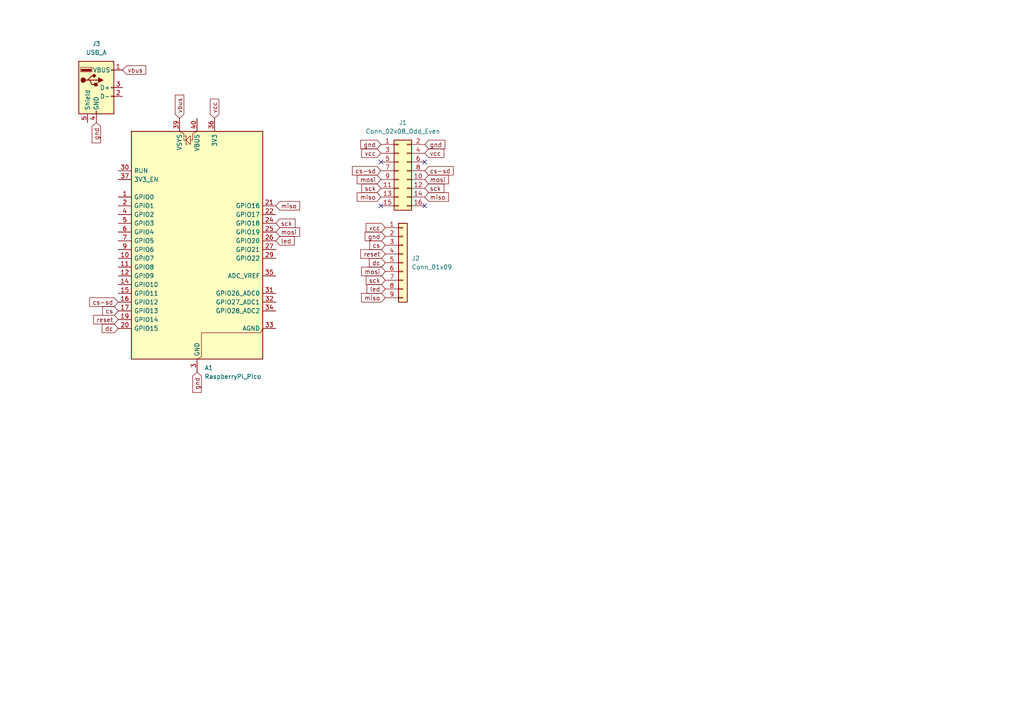
<source format=kicad_sch>
(kicad_sch
	(version 20250114)
	(generator "eeschema")
	(generator_version "9.0")
	(uuid "f864e0ff-81ed-42e7-bc8f-da06911e9836")
	(paper "A4")
	(lib_symbols
		(symbol "Connector:USB_A"
			(pin_names
				(offset 1.016)
			)
			(exclude_from_sim no)
			(in_bom yes)
			(on_board yes)
			(property "Reference" "J"
				(at -5.08 11.43 0)
				(effects
					(font
						(size 1.27 1.27)
					)
					(justify left)
				)
			)
			(property "Value" "USB_A"
				(at -5.08 8.89 0)
				(effects
					(font
						(size 1.27 1.27)
					)
					(justify left)
				)
			)
			(property "Footprint" ""
				(at 3.81 -1.27 0)
				(effects
					(font
						(size 1.27 1.27)
					)
					(hide yes)
				)
			)
			(property "Datasheet" "~"
				(at 3.81 -1.27 0)
				(effects
					(font
						(size 1.27 1.27)
					)
					(hide yes)
				)
			)
			(property "Description" "USB Type A connector"
				(at 0 0 0)
				(effects
					(font
						(size 1.27 1.27)
					)
					(hide yes)
				)
			)
			(property "ki_keywords" "connector USB"
				(at 0 0 0)
				(effects
					(font
						(size 1.27 1.27)
					)
					(hide yes)
				)
			)
			(property "ki_fp_filters" "USB*"
				(at 0 0 0)
				(effects
					(font
						(size 1.27 1.27)
					)
					(hide yes)
				)
			)
			(symbol "USB_A_0_1"
				(rectangle
					(start -5.08 -7.62)
					(end 5.08 7.62)
					(stroke
						(width 0.254)
						(type default)
					)
					(fill
						(type background)
					)
				)
				(circle
					(center -3.81 2.159)
					(radius 0.635)
					(stroke
						(width 0.254)
						(type default)
					)
					(fill
						(type outline)
					)
				)
				(polyline
					(pts
						(xy -3.175 2.159) (xy -2.54 2.159) (xy -1.27 3.429) (xy -0.635 3.429)
					)
					(stroke
						(width 0.254)
						(type default)
					)
					(fill
						(type none)
					)
				)
				(polyline
					(pts
						(xy -2.54 2.159) (xy -1.905 2.159) (xy -1.27 0.889) (xy 0 0.889)
					)
					(stroke
						(width 0.254)
						(type default)
					)
					(fill
						(type none)
					)
				)
				(rectangle
					(start -1.524 4.826)
					(end -4.318 5.334)
					(stroke
						(width 0)
						(type default)
					)
					(fill
						(type outline)
					)
				)
				(rectangle
					(start -1.27 4.572)
					(end -4.572 5.842)
					(stroke
						(width 0)
						(type default)
					)
					(fill
						(type none)
					)
				)
				(circle
					(center -0.635 3.429)
					(radius 0.381)
					(stroke
						(width 0.254)
						(type default)
					)
					(fill
						(type outline)
					)
				)
				(rectangle
					(start -0.127 -7.62)
					(end 0.127 -6.858)
					(stroke
						(width 0)
						(type default)
					)
					(fill
						(type none)
					)
				)
				(rectangle
					(start 0.254 1.27)
					(end -0.508 0.508)
					(stroke
						(width 0.254)
						(type default)
					)
					(fill
						(type outline)
					)
				)
				(polyline
					(pts
						(xy 0.635 2.794) (xy 0.635 1.524) (xy 1.905 2.159) (xy 0.635 2.794)
					)
					(stroke
						(width 0.254)
						(type default)
					)
					(fill
						(type outline)
					)
				)
				(rectangle
					(start 5.08 4.953)
					(end 4.318 5.207)
					(stroke
						(width 0)
						(type default)
					)
					(fill
						(type none)
					)
				)
				(rectangle
					(start 5.08 -0.127)
					(end 4.318 0.127)
					(stroke
						(width 0)
						(type default)
					)
					(fill
						(type none)
					)
				)
				(rectangle
					(start 5.08 -2.667)
					(end 4.318 -2.413)
					(stroke
						(width 0)
						(type default)
					)
					(fill
						(type none)
					)
				)
			)
			(symbol "USB_A_1_1"
				(polyline
					(pts
						(xy -1.905 2.159) (xy 0.635 2.159)
					)
					(stroke
						(width 0.254)
						(type default)
					)
					(fill
						(type none)
					)
				)
				(pin passive line
					(at -2.54 -10.16 90)
					(length 2.54)
					(name "Shield"
						(effects
							(font
								(size 1.27 1.27)
							)
						)
					)
					(number "5"
						(effects
							(font
								(size 1.27 1.27)
							)
						)
					)
				)
				(pin power_in line
					(at 0 -10.16 90)
					(length 2.54)
					(name "GND"
						(effects
							(font
								(size 1.27 1.27)
							)
						)
					)
					(number "4"
						(effects
							(font
								(size 1.27 1.27)
							)
						)
					)
				)
				(pin power_in line
					(at 7.62 5.08 180)
					(length 2.54)
					(name "VBUS"
						(effects
							(font
								(size 1.27 1.27)
							)
						)
					)
					(number "1"
						(effects
							(font
								(size 1.27 1.27)
							)
						)
					)
				)
				(pin bidirectional line
					(at 7.62 0 180)
					(length 2.54)
					(name "D+"
						(effects
							(font
								(size 1.27 1.27)
							)
						)
					)
					(number "3"
						(effects
							(font
								(size 1.27 1.27)
							)
						)
					)
				)
				(pin bidirectional line
					(at 7.62 -2.54 180)
					(length 2.54)
					(name "D-"
						(effects
							(font
								(size 1.27 1.27)
							)
						)
					)
					(number "2"
						(effects
							(font
								(size 1.27 1.27)
							)
						)
					)
				)
			)
			(embedded_fonts no)
		)
		(symbol "Connector_Generic:Conn_01x09"
			(pin_names
				(offset 1.016)
				(hide yes)
			)
			(exclude_from_sim no)
			(in_bom yes)
			(on_board yes)
			(property "Reference" "J"
				(at 0 12.7 0)
				(effects
					(font
						(size 1.27 1.27)
					)
				)
			)
			(property "Value" "Conn_01x09"
				(at 0 -12.7 0)
				(effects
					(font
						(size 1.27 1.27)
					)
				)
			)
			(property "Footprint" ""
				(at 0 0 0)
				(effects
					(font
						(size 1.27 1.27)
					)
					(hide yes)
				)
			)
			(property "Datasheet" "~"
				(at 0 0 0)
				(effects
					(font
						(size 1.27 1.27)
					)
					(hide yes)
				)
			)
			(property "Description" "Generic connector, single row, 01x09, script generated (kicad-library-utils/schlib/autogen/connector/)"
				(at 0 0 0)
				(effects
					(font
						(size 1.27 1.27)
					)
					(hide yes)
				)
			)
			(property "ki_keywords" "connector"
				(at 0 0 0)
				(effects
					(font
						(size 1.27 1.27)
					)
					(hide yes)
				)
			)
			(property "ki_fp_filters" "Connector*:*_1x??_*"
				(at 0 0 0)
				(effects
					(font
						(size 1.27 1.27)
					)
					(hide yes)
				)
			)
			(symbol "Conn_01x09_1_1"
				(rectangle
					(start -1.27 11.43)
					(end 1.27 -11.43)
					(stroke
						(width 0.254)
						(type default)
					)
					(fill
						(type background)
					)
				)
				(rectangle
					(start -1.27 10.287)
					(end 0 10.033)
					(stroke
						(width 0.1524)
						(type default)
					)
					(fill
						(type none)
					)
				)
				(rectangle
					(start -1.27 7.747)
					(end 0 7.493)
					(stroke
						(width 0.1524)
						(type default)
					)
					(fill
						(type none)
					)
				)
				(rectangle
					(start -1.27 5.207)
					(end 0 4.953)
					(stroke
						(width 0.1524)
						(type default)
					)
					(fill
						(type none)
					)
				)
				(rectangle
					(start -1.27 2.667)
					(end 0 2.413)
					(stroke
						(width 0.1524)
						(type default)
					)
					(fill
						(type none)
					)
				)
				(rectangle
					(start -1.27 0.127)
					(end 0 -0.127)
					(stroke
						(width 0.1524)
						(type default)
					)
					(fill
						(type none)
					)
				)
				(rectangle
					(start -1.27 -2.413)
					(end 0 -2.667)
					(stroke
						(width 0.1524)
						(type default)
					)
					(fill
						(type none)
					)
				)
				(rectangle
					(start -1.27 -4.953)
					(end 0 -5.207)
					(stroke
						(width 0.1524)
						(type default)
					)
					(fill
						(type none)
					)
				)
				(rectangle
					(start -1.27 -7.493)
					(end 0 -7.747)
					(stroke
						(width 0.1524)
						(type default)
					)
					(fill
						(type none)
					)
				)
				(rectangle
					(start -1.27 -10.033)
					(end 0 -10.287)
					(stroke
						(width 0.1524)
						(type default)
					)
					(fill
						(type none)
					)
				)
				(pin passive line
					(at -5.08 10.16 0)
					(length 3.81)
					(name "Pin_1"
						(effects
							(font
								(size 1.27 1.27)
							)
						)
					)
					(number "1"
						(effects
							(font
								(size 1.27 1.27)
							)
						)
					)
				)
				(pin passive line
					(at -5.08 7.62 0)
					(length 3.81)
					(name "Pin_2"
						(effects
							(font
								(size 1.27 1.27)
							)
						)
					)
					(number "2"
						(effects
							(font
								(size 1.27 1.27)
							)
						)
					)
				)
				(pin passive line
					(at -5.08 5.08 0)
					(length 3.81)
					(name "Pin_3"
						(effects
							(font
								(size 1.27 1.27)
							)
						)
					)
					(number "3"
						(effects
							(font
								(size 1.27 1.27)
							)
						)
					)
				)
				(pin passive line
					(at -5.08 2.54 0)
					(length 3.81)
					(name "Pin_4"
						(effects
							(font
								(size 1.27 1.27)
							)
						)
					)
					(number "4"
						(effects
							(font
								(size 1.27 1.27)
							)
						)
					)
				)
				(pin passive line
					(at -5.08 0 0)
					(length 3.81)
					(name "Pin_5"
						(effects
							(font
								(size 1.27 1.27)
							)
						)
					)
					(number "5"
						(effects
							(font
								(size 1.27 1.27)
							)
						)
					)
				)
				(pin passive line
					(at -5.08 -2.54 0)
					(length 3.81)
					(name "Pin_6"
						(effects
							(font
								(size 1.27 1.27)
							)
						)
					)
					(number "6"
						(effects
							(font
								(size 1.27 1.27)
							)
						)
					)
				)
				(pin passive line
					(at -5.08 -5.08 0)
					(length 3.81)
					(name "Pin_7"
						(effects
							(font
								(size 1.27 1.27)
							)
						)
					)
					(number "7"
						(effects
							(font
								(size 1.27 1.27)
							)
						)
					)
				)
				(pin passive line
					(at -5.08 -7.62 0)
					(length 3.81)
					(name "Pin_8"
						(effects
							(font
								(size 1.27 1.27)
							)
						)
					)
					(number "8"
						(effects
							(font
								(size 1.27 1.27)
							)
						)
					)
				)
				(pin passive line
					(at -5.08 -10.16 0)
					(length 3.81)
					(name "Pin_9"
						(effects
							(font
								(size 1.27 1.27)
							)
						)
					)
					(number "9"
						(effects
							(font
								(size 1.27 1.27)
							)
						)
					)
				)
			)
			(embedded_fonts no)
		)
		(symbol "Connector_Generic:Conn_02x08_Odd_Even"
			(pin_names
				(offset 1.016)
				(hide yes)
			)
			(exclude_from_sim no)
			(in_bom yes)
			(on_board yes)
			(property "Reference" "J"
				(at 1.27 10.16 0)
				(effects
					(font
						(size 1.27 1.27)
					)
				)
			)
			(property "Value" "Conn_02x08_Odd_Even"
				(at 1.27 -12.7 0)
				(effects
					(font
						(size 1.27 1.27)
					)
				)
			)
			(property "Footprint" ""
				(at 0 0 0)
				(effects
					(font
						(size 1.27 1.27)
					)
					(hide yes)
				)
			)
			(property "Datasheet" "~"
				(at 0 0 0)
				(effects
					(font
						(size 1.27 1.27)
					)
					(hide yes)
				)
			)
			(property "Description" "Generic connector, double row, 02x08, odd/even pin numbering scheme (row 1 odd numbers, row 2 even numbers), script generated (kicad-library-utils/schlib/autogen/connector/)"
				(at 0 0 0)
				(effects
					(font
						(size 1.27 1.27)
					)
					(hide yes)
				)
			)
			(property "ki_keywords" "connector"
				(at 0 0 0)
				(effects
					(font
						(size 1.27 1.27)
					)
					(hide yes)
				)
			)
			(property "ki_fp_filters" "Connector*:*_2x??_*"
				(at 0 0 0)
				(effects
					(font
						(size 1.27 1.27)
					)
					(hide yes)
				)
			)
			(symbol "Conn_02x08_Odd_Even_1_1"
				(rectangle
					(start -1.27 8.89)
					(end 3.81 -11.43)
					(stroke
						(width 0.254)
						(type default)
					)
					(fill
						(type background)
					)
				)
				(rectangle
					(start -1.27 7.747)
					(end 0 7.493)
					(stroke
						(width 0.1524)
						(type default)
					)
					(fill
						(type none)
					)
				)
				(rectangle
					(start -1.27 5.207)
					(end 0 4.953)
					(stroke
						(width 0.1524)
						(type default)
					)
					(fill
						(type none)
					)
				)
				(rectangle
					(start -1.27 2.667)
					(end 0 2.413)
					(stroke
						(width 0.1524)
						(type default)
					)
					(fill
						(type none)
					)
				)
				(rectangle
					(start -1.27 0.127)
					(end 0 -0.127)
					(stroke
						(width 0.1524)
						(type default)
					)
					(fill
						(type none)
					)
				)
				(rectangle
					(start -1.27 -2.413)
					(end 0 -2.667)
					(stroke
						(width 0.1524)
						(type default)
					)
					(fill
						(type none)
					)
				)
				(rectangle
					(start -1.27 -4.953)
					(end 0 -5.207)
					(stroke
						(width 0.1524)
						(type default)
					)
					(fill
						(type none)
					)
				)
				(rectangle
					(start -1.27 -7.493)
					(end 0 -7.747)
					(stroke
						(width 0.1524)
						(type default)
					)
					(fill
						(type none)
					)
				)
				(rectangle
					(start -1.27 -10.033)
					(end 0 -10.287)
					(stroke
						(width 0.1524)
						(type default)
					)
					(fill
						(type none)
					)
				)
				(rectangle
					(start 3.81 7.747)
					(end 2.54 7.493)
					(stroke
						(width 0.1524)
						(type default)
					)
					(fill
						(type none)
					)
				)
				(rectangle
					(start 3.81 5.207)
					(end 2.54 4.953)
					(stroke
						(width 0.1524)
						(type default)
					)
					(fill
						(type none)
					)
				)
				(rectangle
					(start 3.81 2.667)
					(end 2.54 2.413)
					(stroke
						(width 0.1524)
						(type default)
					)
					(fill
						(type none)
					)
				)
				(rectangle
					(start 3.81 0.127)
					(end 2.54 -0.127)
					(stroke
						(width 0.1524)
						(type default)
					)
					(fill
						(type none)
					)
				)
				(rectangle
					(start 3.81 -2.413)
					(end 2.54 -2.667)
					(stroke
						(width 0.1524)
						(type default)
					)
					(fill
						(type none)
					)
				)
				(rectangle
					(start 3.81 -4.953)
					(end 2.54 -5.207)
					(stroke
						(width 0.1524)
						(type default)
					)
					(fill
						(type none)
					)
				)
				(rectangle
					(start 3.81 -7.493)
					(end 2.54 -7.747)
					(stroke
						(width 0.1524)
						(type default)
					)
					(fill
						(type none)
					)
				)
				(rectangle
					(start 3.81 -10.033)
					(end 2.54 -10.287)
					(stroke
						(width 0.1524)
						(type default)
					)
					(fill
						(type none)
					)
				)
				(pin passive line
					(at -5.08 7.62 0)
					(length 3.81)
					(name "Pin_1"
						(effects
							(font
								(size 1.27 1.27)
							)
						)
					)
					(number "1"
						(effects
							(font
								(size 1.27 1.27)
							)
						)
					)
				)
				(pin passive line
					(at -5.08 5.08 0)
					(length 3.81)
					(name "Pin_3"
						(effects
							(font
								(size 1.27 1.27)
							)
						)
					)
					(number "3"
						(effects
							(font
								(size 1.27 1.27)
							)
						)
					)
				)
				(pin passive line
					(at -5.08 2.54 0)
					(length 3.81)
					(name "Pin_5"
						(effects
							(font
								(size 1.27 1.27)
							)
						)
					)
					(number "5"
						(effects
							(font
								(size 1.27 1.27)
							)
						)
					)
				)
				(pin passive line
					(at -5.08 0 0)
					(length 3.81)
					(name "Pin_7"
						(effects
							(font
								(size 1.27 1.27)
							)
						)
					)
					(number "7"
						(effects
							(font
								(size 1.27 1.27)
							)
						)
					)
				)
				(pin passive line
					(at -5.08 -2.54 0)
					(length 3.81)
					(name "Pin_9"
						(effects
							(font
								(size 1.27 1.27)
							)
						)
					)
					(number "9"
						(effects
							(font
								(size 1.27 1.27)
							)
						)
					)
				)
				(pin passive line
					(at -5.08 -5.08 0)
					(length 3.81)
					(name "Pin_11"
						(effects
							(font
								(size 1.27 1.27)
							)
						)
					)
					(number "11"
						(effects
							(font
								(size 1.27 1.27)
							)
						)
					)
				)
				(pin passive line
					(at -5.08 -7.62 0)
					(length 3.81)
					(name "Pin_13"
						(effects
							(font
								(size 1.27 1.27)
							)
						)
					)
					(number "13"
						(effects
							(font
								(size 1.27 1.27)
							)
						)
					)
				)
				(pin passive line
					(at -5.08 -10.16 0)
					(length 3.81)
					(name "Pin_15"
						(effects
							(font
								(size 1.27 1.27)
							)
						)
					)
					(number "15"
						(effects
							(font
								(size 1.27 1.27)
							)
						)
					)
				)
				(pin passive line
					(at 7.62 7.62 180)
					(length 3.81)
					(name "Pin_2"
						(effects
							(font
								(size 1.27 1.27)
							)
						)
					)
					(number "2"
						(effects
							(font
								(size 1.27 1.27)
							)
						)
					)
				)
				(pin passive line
					(at 7.62 5.08 180)
					(length 3.81)
					(name "Pin_4"
						(effects
							(font
								(size 1.27 1.27)
							)
						)
					)
					(number "4"
						(effects
							(font
								(size 1.27 1.27)
							)
						)
					)
				)
				(pin passive line
					(at 7.62 2.54 180)
					(length 3.81)
					(name "Pin_6"
						(effects
							(font
								(size 1.27 1.27)
							)
						)
					)
					(number "6"
						(effects
							(font
								(size 1.27 1.27)
							)
						)
					)
				)
				(pin passive line
					(at 7.62 0 180)
					(length 3.81)
					(name "Pin_8"
						(effects
							(font
								(size 1.27 1.27)
							)
						)
					)
					(number "8"
						(effects
							(font
								(size 1.27 1.27)
							)
						)
					)
				)
				(pin passive line
					(at 7.62 -2.54 180)
					(length 3.81)
					(name "Pin_10"
						(effects
							(font
								(size 1.27 1.27)
							)
						)
					)
					(number "10"
						(effects
							(font
								(size 1.27 1.27)
							)
						)
					)
				)
				(pin passive line
					(at 7.62 -5.08 180)
					(length 3.81)
					(name "Pin_12"
						(effects
							(font
								(size 1.27 1.27)
							)
						)
					)
					(number "12"
						(effects
							(font
								(size 1.27 1.27)
							)
						)
					)
				)
				(pin passive line
					(at 7.62 -7.62 180)
					(length 3.81)
					(name "Pin_14"
						(effects
							(font
								(size 1.27 1.27)
							)
						)
					)
					(number "14"
						(effects
							(font
								(size 1.27 1.27)
							)
						)
					)
				)
				(pin passive line
					(at 7.62 -10.16 180)
					(length 3.81)
					(name "Pin_16"
						(effects
							(font
								(size 1.27 1.27)
							)
						)
					)
					(number "16"
						(effects
							(font
								(size 1.27 1.27)
							)
						)
					)
				)
			)
			(embedded_fonts no)
		)
		(symbol "MCU_Module:RaspberryPi_Pico"
			(pin_names
				(offset 0.762)
			)
			(exclude_from_sim no)
			(in_bom yes)
			(on_board yes)
			(property "Reference" "A"
				(at -19.05 35.56 0)
				(effects
					(font
						(size 1.27 1.27)
					)
					(justify left)
				)
			)
			(property "Value" "RaspberryPi_Pico"
				(at 7.62 35.56 0)
				(effects
					(font
						(size 1.27 1.27)
					)
					(justify left)
				)
			)
			(property "Footprint" "Module:RaspberryPi_Pico_Common_Unspecified"
				(at 0 -46.99 0)
				(effects
					(font
						(size 1.27 1.27)
					)
					(hide yes)
				)
			)
			(property "Datasheet" "https://datasheets.raspberrypi.com/pico/pico-datasheet.pdf"
				(at 0 -49.53 0)
				(effects
					(font
						(size 1.27 1.27)
					)
					(hide yes)
				)
			)
			(property "Description" "Versatile and inexpensive microcontroller module powered by RP2040 dual-core Arm Cortex-M0+ processor up to 133 MHz, 264kB SRAM, 2MB QSPI flash; also supports Raspberry Pi Pico 2"
				(at 0 -52.07 0)
				(effects
					(font
						(size 1.27 1.27)
					)
					(hide yes)
				)
			)
			(property "ki_keywords" "RP2350A M33 RISC-V Hazard3 usb"
				(at 0 0 0)
				(effects
					(font
						(size 1.27 1.27)
					)
					(hide yes)
				)
			)
			(property "ki_fp_filters" "RaspberryPi?Pico?Common* RaspberryPi?Pico?SMD*"
				(at 0 0 0)
				(effects
					(font
						(size 1.27 1.27)
					)
					(hide yes)
				)
			)
			(symbol "RaspberryPi_Pico_0_1"
				(rectangle
					(start -19.05 34.29)
					(end 19.05 -31.75)
					(stroke
						(width 0.254)
						(type default)
					)
					(fill
						(type background)
					)
				)
				(polyline
					(pts
						(xy -5.08 34.29) (xy -3.81 33.655) (xy -3.81 31.75) (xy -3.175 31.75)
					)
					(stroke
						(width 0)
						(type default)
					)
					(fill
						(type none)
					)
				)
				(polyline
					(pts
						(xy -3.429 32.766) (xy -3.429 33.02) (xy -3.175 33.02) (xy -3.175 30.48) (xy -2.921 30.48) (xy -2.921 30.734)
					)
					(stroke
						(width 0)
						(type default)
					)
					(fill
						(type none)
					)
				)
				(polyline
					(pts
						(xy -3.175 31.75) (xy -1.905 33.02) (xy -1.905 30.48) (xy -3.175 31.75)
					)
					(stroke
						(width 0)
						(type default)
					)
					(fill
						(type none)
					)
				)
				(polyline
					(pts
						(xy 0 34.29) (xy -1.27 33.655) (xy -1.27 31.75) (xy -1.905 31.75)
					)
					(stroke
						(width 0)
						(type default)
					)
					(fill
						(type none)
					)
				)
				(polyline
					(pts
						(xy 0 -31.75) (xy 1.27 -31.115) (xy 1.27 -24.13) (xy 18.415 -24.13) (xy 19.05 -22.86)
					)
					(stroke
						(width 0)
						(type default)
					)
					(fill
						(type none)
					)
				)
			)
			(symbol "RaspberryPi_Pico_1_1"
				(pin passive line
					(at -22.86 22.86 0)
					(length 3.81)
					(name "RUN"
						(effects
							(font
								(size 1.27 1.27)
							)
						)
					)
					(number "30"
						(effects
							(font
								(size 1.27 1.27)
							)
						)
					)
					(alternate "~{RESET}" passive line)
				)
				(pin passive line
					(at -22.86 20.32 0)
					(length 3.81)
					(name "3V3_EN"
						(effects
							(font
								(size 1.27 1.27)
							)
						)
					)
					(number "37"
						(effects
							(font
								(size 1.27 1.27)
							)
						)
					)
					(alternate "~{3V3_DISABLE}" passive line)
				)
				(pin bidirectional line
					(at -22.86 15.24 0)
					(length 3.81)
					(name "GPIO0"
						(effects
							(font
								(size 1.27 1.27)
							)
						)
					)
					(number "1"
						(effects
							(font
								(size 1.27 1.27)
							)
						)
					)
					(alternate "I2C0_SDA" bidirectional line)
					(alternate "PWM0_A" output line)
					(alternate "SPI0_RX" input line)
					(alternate "UART0_TX" output line)
					(alternate "USB_OVCUR_DET" input line)
				)
				(pin bidirectional line
					(at -22.86 12.7 0)
					(length 3.81)
					(name "GPIO1"
						(effects
							(font
								(size 1.27 1.27)
							)
						)
					)
					(number "2"
						(effects
							(font
								(size 1.27 1.27)
							)
						)
					)
					(alternate "I2C0_SCL" bidirectional clock)
					(alternate "PWM0_B" bidirectional line)
					(alternate "UART0_RX" input line)
					(alternate "USB_VBUS_DET" passive line)
					(alternate "~{SPI0_CSn}" bidirectional line)
				)
				(pin bidirectional line
					(at -22.86 10.16 0)
					(length 3.81)
					(name "GPIO2"
						(effects
							(font
								(size 1.27 1.27)
							)
						)
					)
					(number "4"
						(effects
							(font
								(size 1.27 1.27)
							)
						)
					)
					(alternate "I2C1_SDA" bidirectional line)
					(alternate "PWM1_A" output line)
					(alternate "SPI0_SCK" bidirectional clock)
					(alternate "UART0_CTS" input line)
					(alternate "USB_VBUS_EN" output line)
				)
				(pin bidirectional line
					(at -22.86 7.62 0)
					(length 3.81)
					(name "GPIO3"
						(effects
							(font
								(size 1.27 1.27)
							)
						)
					)
					(number "5"
						(effects
							(font
								(size 1.27 1.27)
							)
						)
					)
					(alternate "I2C1_SCL" bidirectional clock)
					(alternate "PWM1_B" bidirectional line)
					(alternate "SPI0_TX" output line)
					(alternate "UART0_RTS" output line)
					(alternate "USB_OVCUR_DET" input line)
				)
				(pin bidirectional line
					(at -22.86 5.08 0)
					(length 3.81)
					(name "GPIO4"
						(effects
							(font
								(size 1.27 1.27)
							)
						)
					)
					(number "6"
						(effects
							(font
								(size 1.27 1.27)
							)
						)
					)
					(alternate "I2C0_SDA" bidirectional line)
					(alternate "PWM2_A" output line)
					(alternate "SPI0_RX" input line)
					(alternate "UART1_TX" output line)
					(alternate "USB_VBUS_DET" input line)
				)
				(pin bidirectional line
					(at -22.86 2.54 0)
					(length 3.81)
					(name "GPIO5"
						(effects
							(font
								(size 1.27 1.27)
							)
						)
					)
					(number "7"
						(effects
							(font
								(size 1.27 1.27)
							)
						)
					)
					(alternate "I2C0_SCL" bidirectional clock)
					(alternate "PWM2_B" bidirectional line)
					(alternate "UART1_RX" input line)
					(alternate "USB_VBUS_EN" output line)
					(alternate "~{SPI0_CSn}" bidirectional line)
				)
				(pin bidirectional line
					(at -22.86 0 0)
					(length 3.81)
					(name "GPIO6"
						(effects
							(font
								(size 1.27 1.27)
							)
						)
					)
					(number "9"
						(effects
							(font
								(size 1.27 1.27)
							)
						)
					)
					(alternate "I2C1_SDA" bidirectional line)
					(alternate "PWM3_A" output line)
					(alternate "SPI0_SCK" bidirectional clock)
					(alternate "UART1_CTS" input line)
					(alternate "USB_OVCUR_DET" input line)
				)
				(pin bidirectional line
					(at -22.86 -2.54 0)
					(length 3.81)
					(name "GPIO7"
						(effects
							(font
								(size 1.27 1.27)
							)
						)
					)
					(number "10"
						(effects
							(font
								(size 1.27 1.27)
							)
						)
					)
					(alternate "I2C1_SCL" bidirectional clock)
					(alternate "PWM3_B" bidirectional line)
					(alternate "SPI0_TX" output line)
					(alternate "UART1_RTS" output line)
					(alternate "USB_VBUS_DET" input line)
				)
				(pin bidirectional line
					(at -22.86 -5.08 0)
					(length 3.81)
					(name "GPIO8"
						(effects
							(font
								(size 1.27 1.27)
							)
						)
					)
					(number "11"
						(effects
							(font
								(size 1.27 1.27)
							)
						)
					)
					(alternate "I2C0_SDA" bidirectional line)
					(alternate "PWM4_A" output line)
					(alternate "SPI1_RX" input line)
					(alternate "UART1_TX" output line)
					(alternate "USB_VBUS_EN" output line)
				)
				(pin bidirectional line
					(at -22.86 -7.62 0)
					(length 3.81)
					(name "GPIO9"
						(effects
							(font
								(size 1.27 1.27)
							)
						)
					)
					(number "12"
						(effects
							(font
								(size 1.27 1.27)
							)
						)
					)
					(alternate "I2C0_SCL" bidirectional clock)
					(alternate "PWM4_B" bidirectional line)
					(alternate "UART1_RX" input line)
					(alternate "USB_OVCUR_DET" input line)
					(alternate "~{SPI1_CSn}" bidirectional line)
				)
				(pin bidirectional line
					(at -22.86 -10.16 0)
					(length 3.81)
					(name "GPIO10"
						(effects
							(font
								(size 1.27 1.27)
							)
						)
					)
					(number "14"
						(effects
							(font
								(size 1.27 1.27)
							)
						)
					)
					(alternate "I2C1_SDA" bidirectional line)
					(alternate "PWM5_A" output line)
					(alternate "SPI1_SCK" bidirectional clock)
					(alternate "UART1_CTS" input line)
					(alternate "USB_VBUS_DET" input line)
				)
				(pin bidirectional line
					(at -22.86 -12.7 0)
					(length 3.81)
					(name "GPIO11"
						(effects
							(font
								(size 1.27 1.27)
							)
						)
					)
					(number "15"
						(effects
							(font
								(size 1.27 1.27)
							)
						)
					)
					(alternate "I2C1_SCL" bidirectional clock)
					(alternate "PWM5_B" bidirectional line)
					(alternate "SPI1_TX" output line)
					(alternate "UART1_RTS" output line)
					(alternate "USB_VBUS_EN" output line)
				)
				(pin bidirectional line
					(at -22.86 -15.24 0)
					(length 3.81)
					(name "GPIO12"
						(effects
							(font
								(size 1.27 1.27)
							)
						)
					)
					(number "16"
						(effects
							(font
								(size 1.27 1.27)
							)
						)
					)
					(alternate "I2C0_SDA" bidirectional line)
					(alternate "PWM6_A" output line)
					(alternate "SPI1_RX" input line)
					(alternate "UART0_TX" output line)
					(alternate "USB_OVCUR_DET" input line)
				)
				(pin bidirectional line
					(at -22.86 -17.78 0)
					(length 3.81)
					(name "GPIO13"
						(effects
							(font
								(size 1.27 1.27)
							)
						)
					)
					(number "17"
						(effects
							(font
								(size 1.27 1.27)
							)
						)
					)
					(alternate "I2C0_SCL" bidirectional clock)
					(alternate "PWM6_B" bidirectional line)
					(alternate "UART0_RX" input line)
					(alternate "USB_VBUS_DET" input line)
					(alternate "~{SPI1_CSn}" bidirectional line)
				)
				(pin bidirectional line
					(at -22.86 -20.32 0)
					(length 3.81)
					(name "GPIO14"
						(effects
							(font
								(size 1.27 1.27)
							)
						)
					)
					(number "19"
						(effects
							(font
								(size 1.27 1.27)
							)
						)
					)
					(alternate "I2C1_SDA" bidirectional line)
					(alternate "PWM7_A" output line)
					(alternate "SPI1_SCK" bidirectional clock)
					(alternate "UART0_CTS" input line)
					(alternate "USB_VBUS_EN" output line)
				)
				(pin bidirectional line
					(at -22.86 -22.86 0)
					(length 3.81)
					(name "GPIO15"
						(effects
							(font
								(size 1.27 1.27)
							)
						)
					)
					(number "20"
						(effects
							(font
								(size 1.27 1.27)
							)
						)
					)
					(alternate "I2C1_SCL" bidirectional clock)
					(alternate "PWM7_B" bidirectional line)
					(alternate "SPI1_TX" output line)
					(alternate "UART0_RTS" output line)
					(alternate "USB_OVCUR_DET" input line)
				)
				(pin power_in line
					(at -5.08 38.1 270)
					(length 3.81)
					(name "VSYS"
						(effects
							(font
								(size 1.27 1.27)
							)
						)
					)
					(number "39"
						(effects
							(font
								(size 1.27 1.27)
							)
						)
					)
					(alternate "VSYS_OUT" power_out line)
				)
				(pin power_out line
					(at 0 38.1 270)
					(length 3.81)
					(name "VBUS"
						(effects
							(font
								(size 1.27 1.27)
							)
						)
					)
					(number "40"
						(effects
							(font
								(size 1.27 1.27)
							)
						)
					)
					(alternate "VBUS_IN" power_in line)
				)
				(pin passive line
					(at 0 -35.56 90)
					(length 3.81)
					(hide yes)
					(name "GND"
						(effects
							(font
								(size 1.27 1.27)
							)
						)
					)
					(number "13"
						(effects
							(font
								(size 1.27 1.27)
							)
						)
					)
				)
				(pin passive line
					(at 0 -35.56 90)
					(length 3.81)
					(hide yes)
					(name "GND"
						(effects
							(font
								(size 1.27 1.27)
							)
						)
					)
					(number "18"
						(effects
							(font
								(size 1.27 1.27)
							)
						)
					)
				)
				(pin passive line
					(at 0 -35.56 90)
					(length 3.81)
					(hide yes)
					(name "GND"
						(effects
							(font
								(size 1.27 1.27)
							)
						)
					)
					(number "23"
						(effects
							(font
								(size 1.27 1.27)
							)
						)
					)
				)
				(pin passive line
					(at 0 -35.56 90)
					(length 3.81)
					(hide yes)
					(name "GND"
						(effects
							(font
								(size 1.27 1.27)
							)
						)
					)
					(number "28"
						(effects
							(font
								(size 1.27 1.27)
							)
						)
					)
				)
				(pin power_out line
					(at 0 -35.56 90)
					(length 3.81)
					(name "GND"
						(effects
							(font
								(size 1.27 1.27)
							)
						)
					)
					(number "3"
						(effects
							(font
								(size 1.27 1.27)
							)
						)
					)
					(alternate "GND_IN" power_in line)
				)
				(pin passive line
					(at 0 -35.56 90)
					(length 3.81)
					(hide yes)
					(name "GND"
						(effects
							(font
								(size 1.27 1.27)
							)
						)
					)
					(number "38"
						(effects
							(font
								(size 1.27 1.27)
							)
						)
					)
				)
				(pin passive line
					(at 0 -35.56 90)
					(length 3.81)
					(hide yes)
					(name "GND"
						(effects
							(font
								(size 1.27 1.27)
							)
						)
					)
					(number "8"
						(effects
							(font
								(size 1.27 1.27)
							)
						)
					)
				)
				(pin power_out line
					(at 5.08 38.1 270)
					(length 3.81)
					(name "3V3"
						(effects
							(font
								(size 1.27 1.27)
							)
						)
					)
					(number "36"
						(effects
							(font
								(size 1.27 1.27)
							)
						)
					)
				)
				(pin bidirectional line
					(at 22.86 12.7 180)
					(length 3.81)
					(name "GPIO16"
						(effects
							(font
								(size 1.27 1.27)
							)
						)
					)
					(number "21"
						(effects
							(font
								(size 1.27 1.27)
							)
						)
					)
					(alternate "I2C0_SDA" bidirectional line)
					(alternate "PWM0_A" output line)
					(alternate "SPI0_RX" input line)
					(alternate "UART0_TX" output line)
					(alternate "USB_VBUS_DET" input line)
				)
				(pin bidirectional line
					(at 22.86 10.16 180)
					(length 3.81)
					(name "GPIO17"
						(effects
							(font
								(size 1.27 1.27)
							)
						)
					)
					(number "22"
						(effects
							(font
								(size 1.27 1.27)
							)
						)
					)
					(alternate "I2C0_SCL" bidirectional clock)
					(alternate "PWM0_B" bidirectional line)
					(alternate "UART0_RX" input line)
					(alternate "USB_VBUS_EN" output line)
					(alternate "~{SPI0_CSn}" bidirectional line)
				)
				(pin bidirectional line
					(at 22.86 7.62 180)
					(length 3.81)
					(name "GPIO18"
						(effects
							(font
								(size 1.27 1.27)
							)
						)
					)
					(number "24"
						(effects
							(font
								(size 1.27 1.27)
							)
						)
					)
					(alternate "I2C1_SDA" bidirectional line)
					(alternate "PWM1_A" output line)
					(alternate "SPI0_SCK" bidirectional clock)
					(alternate "UART0_CTS" input line)
					(alternate "USB_OVCUR_DET" input line)
				)
				(pin bidirectional line
					(at 22.86 5.08 180)
					(length 3.81)
					(name "GPIO19"
						(effects
							(font
								(size 1.27 1.27)
							)
						)
					)
					(number "25"
						(effects
							(font
								(size 1.27 1.27)
							)
						)
					)
					(alternate "I2C1_SCL" bidirectional clock)
					(alternate "PWM1_B" bidirectional line)
					(alternate "SPI0_TX" output line)
					(alternate "UART0_RTS" output line)
					(alternate "USB_VBUS_DET" input line)
				)
				(pin bidirectional line
					(at 22.86 2.54 180)
					(length 3.81)
					(name "GPIO20"
						(effects
							(font
								(size 1.27 1.27)
							)
						)
					)
					(number "26"
						(effects
							(font
								(size 1.27 1.27)
							)
						)
					)
					(alternate "CLOCK_GPIN0" input clock)
					(alternate "I2C0_SDA" bidirectional line)
					(alternate "PWM2_A" output line)
					(alternate "SPI0_RX" input line)
					(alternate "UART1_TX" output line)
					(alternate "USB_VBUS_EN" output line)
				)
				(pin bidirectional line
					(at 22.86 0 180)
					(length 3.81)
					(name "GPIO21"
						(effects
							(font
								(size 1.27 1.27)
							)
						)
					)
					(number "27"
						(effects
							(font
								(size 1.27 1.27)
							)
						)
					)
					(alternate "CLOCK_GPOUT0" output clock)
					(alternate "I2C0_SCL" bidirectional clock)
					(alternate "PWM2_B" bidirectional line)
					(alternate "UART1_RX" input line)
					(alternate "USB_OVCUR_DET" input line)
					(alternate "~{SPI0_CSn}" bidirectional line)
				)
				(pin bidirectional line
					(at 22.86 -2.54 180)
					(length 3.81)
					(name "GPIO22"
						(effects
							(font
								(size 1.27 1.27)
							)
						)
					)
					(number "29"
						(effects
							(font
								(size 1.27 1.27)
							)
						)
					)
					(alternate "CLOCK_GPIN1" input clock)
					(alternate "I2C1_SDA" bidirectional line)
					(alternate "PWM3_A" output line)
					(alternate "SPI0_SCK" bidirectional clock)
					(alternate "UART1_CTS" input line)
					(alternate "USB_VBUS_DET" input line)
				)
				(pin power_in line
					(at 22.86 -7.62 180)
					(length 3.81)
					(name "ADC_VREF"
						(effects
							(font
								(size 1.27 1.27)
							)
						)
					)
					(number "35"
						(effects
							(font
								(size 1.27 1.27)
							)
						)
					)
				)
				(pin bidirectional line
					(at 22.86 -12.7 180)
					(length 3.81)
					(name "GPIO26_ADC0"
						(effects
							(font
								(size 1.27 1.27)
							)
						)
					)
					(number "31"
						(effects
							(font
								(size 1.27 1.27)
							)
						)
					)
					(alternate "ADC0" input line)
					(alternate "GPIO26" bidirectional line)
					(alternate "I2C1_SDA" bidirectional line)
					(alternate "PWM5_A" output line)
					(alternate "SPI1_SCK" bidirectional clock)
					(alternate "UART1_CTS" input line)
					(alternate "USB_VBUS_EN" output line)
				)
				(pin bidirectional line
					(at 22.86 -15.24 180)
					(length 3.81)
					(name "GPIO27_ADC1"
						(effects
							(font
								(size 1.27 1.27)
							)
						)
					)
					(number "32"
						(effects
							(font
								(size 1.27 1.27)
							)
						)
					)
					(alternate "ADC1" input line)
					(alternate "GPIO27" bidirectional line)
					(alternate "I2C1_SCL" bidirectional clock)
					(alternate "PWM5_B" bidirectional line)
					(alternate "SPI1_TX" output line)
					(alternate "UART1_RTS" output line)
					(alternate "USB_OVCUR_DET" input line)
				)
				(pin bidirectional line
					(at 22.86 -17.78 180)
					(length 3.81)
					(name "GPIO28_ADC2"
						(effects
							(font
								(size 1.27 1.27)
							)
						)
					)
					(number "34"
						(effects
							(font
								(size 1.27 1.27)
							)
						)
					)
					(alternate "ADC2" input line)
					(alternate "GPIO28" bidirectional line)
					(alternate "I2C0_SDA" bidirectional line)
					(alternate "PWM6_A" output line)
					(alternate "SPI1_RX" input line)
					(alternate "UART0_TX" output line)
					(alternate "USB_VBUS_DET" input line)
				)
				(pin power_out line
					(at 22.86 -22.86 180)
					(length 3.81)
					(name "AGND"
						(effects
							(font
								(size 1.27 1.27)
							)
						)
					)
					(number "33"
						(effects
							(font
								(size 1.27 1.27)
							)
						)
					)
					(alternate "GND" passive line)
				)
			)
			(embedded_fonts no)
		)
	)
	(no_connect
		(at 123.19 59.69)
		(uuid "2cd4e391-f544-4d99-8541-0b8353f72ae0")
	)
	(no_connect
		(at 123.19 46.99)
		(uuid "77b50a16-a967-4042-a65d-d30b04ca557e")
	)
	(no_connect
		(at 110.49 59.69)
		(uuid "f48af08a-df4e-4ffe-9018-f610a7e94b41")
	)
	(no_connect
		(at 110.49 46.99)
		(uuid "f92515ef-e4d1-41e9-bde0-8e81c990c71e")
	)
	(global_label "mosi"
		(shape input)
		(at 80.01 67.31 0)
		(fields_autoplaced yes)
		(effects
			(font
				(size 1.27 1.27)
			)
			(justify left)
		)
		(uuid "0aac5743-6781-4ae2-b108-75dbd68866af")
		(property "Intersheetrefs" "${INTERSHEET_REFS}"
			(at 87.4704 67.31 0)
			(effects
				(font
					(size 1.27 1.27)
				)
				(justify left)
				(hide yes)
			)
		)
	)
	(global_label "mosi"
		(shape input)
		(at 123.19 52.07 0)
		(fields_autoplaced yes)
		(effects
			(font
				(size 1.27 1.27)
			)
			(justify left)
		)
		(uuid "30761d02-4c97-4688-9218-c85657a59c16")
		(property "Intersheetrefs" "${INTERSHEET_REFS}"
			(at 130.6504 52.07 0)
			(effects
				(font
					(size 1.27 1.27)
				)
				(justify left)
				(hide yes)
			)
		)
	)
	(global_label "miso"
		(shape input)
		(at 80.01 59.69 0)
		(fields_autoplaced yes)
		(effects
			(font
				(size 1.27 1.27)
			)
			(justify left)
		)
		(uuid "3792cb68-6ad0-477d-820b-99f4cdff25b0")
		(property "Intersheetrefs" "${INTERSHEET_REFS}"
			(at 87.4704 59.69 0)
			(effects
				(font
					(size 1.27 1.27)
				)
				(justify left)
				(hide yes)
			)
		)
	)
	(global_label "cs-sd"
		(shape input)
		(at 110.49 49.53 180)
		(fields_autoplaced yes)
		(effects
			(font
				(size 1.27 1.27)
			)
			(justify right)
		)
		(uuid "38c93faf-7039-43f5-ac38-50a4f348abf6")
		(property "Intersheetrefs" "${INTERSHEET_REFS}"
			(at 101.6386 49.53 0)
			(effects
				(font
					(size 1.27 1.27)
				)
				(justify right)
				(hide yes)
			)
		)
	)
	(global_label "vbus"
		(shape input)
		(at 35.56 20.32 0)
		(fields_autoplaced yes)
		(effects
			(font
				(size 1.27 1.27)
			)
			(justify left)
		)
		(uuid "3be4664c-8dc8-4b14-ae20-fcd63527787c")
		(property "Intersheetrefs" "${INTERSHEET_REFS}"
			(at 42.8389 20.32 0)
			(effects
				(font
					(size 1.27 1.27)
				)
				(justify left)
				(hide yes)
			)
		)
	)
	(global_label "cs-sd"
		(shape input)
		(at 123.19 49.53 0)
		(fields_autoplaced yes)
		(effects
			(font
				(size 1.27 1.27)
			)
			(justify left)
		)
		(uuid "4d1f780b-1ab0-43f0-8fbe-d41e7db094fb")
		(property "Intersheetrefs" "${INTERSHEET_REFS}"
			(at 132.0414 49.53 0)
			(effects
				(font
					(size 1.27 1.27)
				)
				(justify left)
				(hide yes)
			)
		)
	)
	(global_label "mosi"
		(shape input)
		(at 110.49 52.07 180)
		(fields_autoplaced yes)
		(effects
			(font
				(size 1.27 1.27)
			)
			(justify right)
		)
		(uuid "522e4073-e744-41a8-aa2a-a1b297f56ef7")
		(property "Intersheetrefs" "${INTERSHEET_REFS}"
			(at 103.0296 52.07 0)
			(effects
				(font
					(size 1.27 1.27)
				)
				(justify right)
				(hide yes)
			)
		)
	)
	(global_label "sck"
		(shape input)
		(at 123.19 54.61 0)
		(fields_autoplaced yes)
		(effects
			(font
				(size 1.27 1.27)
			)
			(justify left)
		)
		(uuid "532cc884-2b89-430d-b221-e7475df9a9b7")
		(property "Intersheetrefs" "${INTERSHEET_REFS}"
			(at 129.32 54.61 0)
			(effects
				(font
					(size 1.27 1.27)
				)
				(justify left)
				(hide yes)
			)
		)
	)
	(global_label "cs"
		(shape input)
		(at 111.76 71.12 180)
		(fields_autoplaced yes)
		(effects
			(font
				(size 1.27 1.27)
			)
			(justify right)
		)
		(uuid "53e19ac7-d7de-4378-a38d-4afba7fedbb1")
		(property "Intersheetrefs" "${INTERSHEET_REFS}"
			(at 106.6581 71.12 0)
			(effects
				(font
					(size 1.27 1.27)
				)
				(justify right)
				(hide yes)
			)
		)
	)
	(global_label "vcc"
		(shape input)
		(at 111.76 66.04 180)
		(fields_autoplaced yes)
		(effects
			(font
				(size 1.27 1.27)
			)
			(justify right)
		)
		(uuid "551c84ed-4614-4bb1-8d4b-04db1c6c7337")
		(property "Intersheetrefs" "${INTERSHEET_REFS}"
			(at 105.63 66.04 0)
			(effects
				(font
					(size 1.27 1.27)
				)
				(justify right)
				(hide yes)
			)
		)
	)
	(global_label "sck"
		(shape input)
		(at 110.49 54.61 180)
		(fields_autoplaced yes)
		(effects
			(font
				(size 1.27 1.27)
			)
			(justify right)
		)
		(uuid "5cf8ce65-5e20-41d1-bf4f-c61ac63d5abe")
		(property "Intersheetrefs" "${INTERSHEET_REFS}"
			(at 104.36 54.61 0)
			(effects
				(font
					(size 1.27 1.27)
				)
				(justify right)
				(hide yes)
			)
		)
	)
	(global_label "reset"
		(shape input)
		(at 111.76 73.66 180)
		(fields_autoplaced yes)
		(effects
			(font
				(size 1.27 1.27)
			)
			(justify right)
		)
		(uuid "5dfb92f8-13ff-43f2-ad6b-ef4c2625cb61")
		(property "Intersheetrefs" "${INTERSHEET_REFS}"
			(at 104.0576 73.66 0)
			(effects
				(font
					(size 1.27 1.27)
				)
				(justify right)
				(hide yes)
			)
		)
	)
	(global_label "gnd"
		(shape input)
		(at 111.76 68.58 180)
		(fields_autoplaced yes)
		(effects
			(font
				(size 1.27 1.27)
			)
			(justify right)
		)
		(uuid "67c7c7c1-2b0a-4746-833b-ea774ba552a7")
		(property "Intersheetrefs" "${INTERSHEET_REFS}"
			(at 105.3278 68.58 0)
			(effects
				(font
					(size 1.27 1.27)
				)
				(justify right)
				(hide yes)
			)
		)
	)
	(global_label "mosi"
		(shape input)
		(at 111.76 78.74 180)
		(fields_autoplaced yes)
		(effects
			(font
				(size 1.27 1.27)
			)
			(justify right)
		)
		(uuid "70416b11-7341-4dd6-94f8-c9dcbc7113b8")
		(property "Intersheetrefs" "${INTERSHEET_REFS}"
			(at 104.2996 78.74 0)
			(effects
				(font
					(size 1.27 1.27)
				)
				(justify right)
				(hide yes)
			)
		)
	)
	(global_label "vcc"
		(shape input)
		(at 62.23 34.29 90)
		(fields_autoplaced yes)
		(effects
			(font
				(size 1.27 1.27)
			)
			(justify left)
		)
		(uuid "70b8b4b8-bf52-4f51-a619-82fc179c1d02")
		(property "Intersheetrefs" "${INTERSHEET_REFS}"
			(at 62.23 28.16 90)
			(effects
				(font
					(size 1.27 1.27)
				)
				(justify left)
				(hide yes)
			)
		)
	)
	(global_label "gnd"
		(shape input)
		(at 27.94 35.56 270)
		(fields_autoplaced yes)
		(effects
			(font
				(size 1.27 1.27)
			)
			(justify right)
		)
		(uuid "73ebdc2a-8056-463e-9f22-8bda2753d198")
		(property "Intersheetrefs" "${INTERSHEET_REFS}"
			(at 27.94 41.9922 90)
			(effects
				(font
					(size 1.27 1.27)
				)
				(justify right)
				(hide yes)
			)
		)
	)
	(global_label "vcc"
		(shape input)
		(at 110.49 44.45 180)
		(fields_autoplaced yes)
		(effects
			(font
				(size 1.27 1.27)
			)
			(justify right)
		)
		(uuid "7713dffc-e2fe-4a72-af90-ad6169d11038")
		(property "Intersheetrefs" "${INTERSHEET_REFS}"
			(at 104.36 44.45 0)
			(effects
				(font
					(size 1.27 1.27)
				)
				(justify right)
				(hide yes)
			)
		)
	)
	(global_label "dc"
		(shape input)
		(at 111.76 76.2 180)
		(fields_autoplaced yes)
		(effects
			(font
				(size 1.27 1.27)
			)
			(justify right)
		)
		(uuid "89ab9862-1e1e-449e-82ee-9333129a967e")
		(property "Intersheetrefs" "${INTERSHEET_REFS}"
			(at 106.5372 76.2 0)
			(effects
				(font
					(size 1.27 1.27)
				)
				(justify right)
				(hide yes)
			)
		)
	)
	(global_label "led"
		(shape input)
		(at 80.01 69.85 0)
		(fields_autoplaced yes)
		(effects
			(font
				(size 1.27 1.27)
			)
			(justify left)
		)
		(uuid "8bc5407e-3bfc-4784-9b81-df8d3fc7a41e")
		(property "Intersheetrefs" "${INTERSHEET_REFS}"
			(at 85.898 69.85 0)
			(effects
				(font
					(size 1.27 1.27)
				)
				(justify left)
				(hide yes)
			)
		)
	)
	(global_label "reset"
		(shape input)
		(at 34.29 92.71 180)
		(fields_autoplaced yes)
		(effects
			(font
				(size 1.27 1.27)
			)
			(justify right)
		)
		(uuid "9b384af4-26f0-43a1-8d6c-e181547a2907")
		(property "Intersheetrefs" "${INTERSHEET_REFS}"
			(at 26.5876 92.71 0)
			(effects
				(font
					(size 1.27 1.27)
				)
				(justify right)
				(hide yes)
			)
		)
	)
	(global_label "sck"
		(shape input)
		(at 111.76 81.28 180)
		(fields_autoplaced yes)
		(effects
			(font
				(size 1.27 1.27)
			)
			(justify right)
		)
		(uuid "9bda7c44-2680-4428-aae8-83c42941d527")
		(property "Intersheetrefs" "${INTERSHEET_REFS}"
			(at 105.63 81.28 0)
			(effects
				(font
					(size 1.27 1.27)
				)
				(justify right)
				(hide yes)
			)
		)
	)
	(global_label "cs"
		(shape input)
		(at 34.29 90.17 180)
		(fields_autoplaced yes)
		(effects
			(font
				(size 1.27 1.27)
			)
			(justify right)
		)
		(uuid "a04c8b47-0b54-4bdd-8e1b-cc1772a00913")
		(property "Intersheetrefs" "${INTERSHEET_REFS}"
			(at 29.1881 90.17 0)
			(effects
				(font
					(size 1.27 1.27)
				)
				(justify right)
				(hide yes)
			)
		)
	)
	(global_label "dc"
		(shape input)
		(at 34.29 95.25 180)
		(fields_autoplaced yes)
		(effects
			(font
				(size 1.27 1.27)
			)
			(justify right)
		)
		(uuid "a4a55651-e66c-4af1-a71a-c3166ff73a31")
		(property "Intersheetrefs" "${INTERSHEET_REFS}"
			(at 29.0672 95.25 0)
			(effects
				(font
					(size 1.27 1.27)
				)
				(justify right)
				(hide yes)
			)
		)
	)
	(global_label "cs-sd"
		(shape input)
		(at 34.29 87.63 180)
		(fields_autoplaced yes)
		(effects
			(font
				(size 1.27 1.27)
			)
			(justify right)
		)
		(uuid "a5735cc1-6d11-4b5c-bb85-3571ba509d0b")
		(property "Intersheetrefs" "${INTERSHEET_REFS}"
			(at 25.4386 87.63 0)
			(effects
				(font
					(size 1.27 1.27)
				)
				(justify right)
				(hide yes)
			)
		)
	)
	(global_label "gnd"
		(shape input)
		(at 123.19 41.91 0)
		(fields_autoplaced yes)
		(effects
			(font
				(size 1.27 1.27)
			)
			(justify left)
		)
		(uuid "ab077a1c-8470-48fe-a40a-7ac85afb0cbb")
		(property "Intersheetrefs" "${INTERSHEET_REFS}"
			(at 129.6222 41.91 0)
			(effects
				(font
					(size 1.27 1.27)
				)
				(justify left)
				(hide yes)
			)
		)
	)
	(global_label "miso"
		(shape input)
		(at 111.76 86.36 180)
		(fields_autoplaced yes)
		(effects
			(font
				(size 1.27 1.27)
			)
			(justify right)
		)
		(uuid "abdcac80-af19-42ba-9014-96c72f40a61b")
		(property "Intersheetrefs" "${INTERSHEET_REFS}"
			(at 104.2996 86.36 0)
			(effects
				(font
					(size 1.27 1.27)
				)
				(justify right)
				(hide yes)
			)
		)
	)
	(global_label "miso"
		(shape input)
		(at 110.49 57.15 180)
		(fields_autoplaced yes)
		(effects
			(font
				(size 1.27 1.27)
			)
			(justify right)
		)
		(uuid "c7eff2f1-4181-440b-9c5c-33df1acee296")
		(property "Intersheetrefs" "${INTERSHEET_REFS}"
			(at 103.0296 57.15 0)
			(effects
				(font
					(size 1.27 1.27)
				)
				(justify right)
				(hide yes)
			)
		)
	)
	(global_label "sck"
		(shape input)
		(at 80.01 64.77 0)
		(fields_autoplaced yes)
		(effects
			(font
				(size 1.27 1.27)
			)
			(justify left)
		)
		(uuid "d1a3b6d3-0a48-4eca-aab9-8540f5614f7a")
		(property "Intersheetrefs" "${INTERSHEET_REFS}"
			(at 86.14 64.77 0)
			(effects
				(font
					(size 1.27 1.27)
				)
				(justify left)
				(hide yes)
			)
		)
	)
	(global_label "miso"
		(shape input)
		(at 123.19 57.15 0)
		(fields_autoplaced yes)
		(effects
			(font
				(size 1.27 1.27)
			)
			(justify left)
		)
		(uuid "df019517-6056-434d-97c6-22b6727ccf74")
		(property "Intersheetrefs" "${INTERSHEET_REFS}"
			(at 130.6504 57.15 0)
			(effects
				(font
					(size 1.27 1.27)
				)
				(justify left)
				(hide yes)
			)
		)
	)
	(global_label "gnd"
		(shape input)
		(at 110.49 41.91 180)
		(fields_autoplaced yes)
		(effects
			(font
				(size 1.27 1.27)
			)
			(justify right)
		)
		(uuid "e70b9314-ece9-4c17-b732-c737cdd6ee50")
		(property "Intersheetrefs" "${INTERSHEET_REFS}"
			(at 104.0578 41.91 0)
			(effects
				(font
					(size 1.27 1.27)
				)
				(justify right)
				(hide yes)
			)
		)
	)
	(global_label "gnd"
		(shape input)
		(at 57.15 107.95 270)
		(fields_autoplaced yes)
		(effects
			(font
				(size 1.27 1.27)
			)
			(justify right)
		)
		(uuid "f2ef8cd6-ee83-41cb-b6ab-2ee6ae2baa30")
		(property "Intersheetrefs" "${INTERSHEET_REFS}"
			(at 57.15 114.3822 90)
			(effects
				(font
					(size 1.27 1.27)
				)
				(justify right)
				(hide yes)
			)
		)
	)
	(global_label "vbus"
		(shape input)
		(at 52.07 34.29 90)
		(fields_autoplaced yes)
		(effects
			(font
				(size 1.27 1.27)
			)
			(justify left)
		)
		(uuid "fa13cfd1-9db6-47d7-a00c-f782dc03daaa")
		(property "Intersheetrefs" "${INTERSHEET_REFS}"
			(at 52.07 27.0111 90)
			(effects
				(font
					(size 1.27 1.27)
				)
				(justify left)
				(hide yes)
			)
		)
	)
	(global_label "vcc"
		(shape input)
		(at 123.19 44.45 0)
		(fields_autoplaced yes)
		(effects
			(font
				(size 1.27 1.27)
			)
			(justify left)
		)
		(uuid "fcc27d88-b171-47f9-b695-455b2c3d9c66")
		(property "Intersheetrefs" "${INTERSHEET_REFS}"
			(at 129.32 44.45 0)
			(effects
				(font
					(size 1.27 1.27)
				)
				(justify left)
				(hide yes)
			)
		)
	)
	(global_label "led"
		(shape input)
		(at 111.76 83.82 180)
		(fields_autoplaced yes)
		(effects
			(font
				(size 1.27 1.27)
			)
			(justify right)
		)
		(uuid "ff7143fb-6960-4882-af01-7c72a6d6e02c")
		(property "Intersheetrefs" "${INTERSHEET_REFS}"
			(at 105.872 83.82 0)
			(effects
				(font
					(size 1.27 1.27)
				)
				(justify right)
				(hide yes)
			)
		)
	)
	(symbol
		(lib_id "Connector_Generic:Conn_02x08_Odd_Even")
		(at 115.57 49.53 0)
		(unit 1)
		(exclude_from_sim no)
		(in_bom yes)
		(on_board yes)
		(dnp no)
		(fields_autoplaced yes)
		(uuid "1af99593-997c-419a-8e32-fa7d02049a54")
		(property "Reference" "J1"
			(at 116.84 35.56 0)
			(effects
				(font
					(size 1.27 1.27)
				)
			)
		)
		(property "Value" "Conn_02x08_Odd_Even"
			(at 116.84 38.1 0)
			(effects
				(font
					(size 1.27 1.27)
				)
			)
		)
		(property "Footprint" "Connector_PinHeader_2.54mm:PinHeader_2x08_P2.54mm_Vertical"
			(at 115.57 49.53 0)
			(effects
				(font
					(size 1.27 1.27)
				)
				(hide yes)
			)
		)
		(property "Datasheet" "~"
			(at 115.57 49.53 0)
			(effects
				(font
					(size 1.27 1.27)
				)
				(hide yes)
			)
		)
		(property "Description" "Generic connector, double row, 02x08, odd/even pin numbering scheme (row 1 odd numbers, row 2 even numbers), script generated (kicad-library-utils/schlib/autogen/connector/)"
			(at 115.57 49.53 0)
			(effects
				(font
					(size 1.27 1.27)
				)
				(hide yes)
			)
		)
		(pin "2"
			(uuid "6961af23-a8cb-4a66-8bd9-09f3902274a7")
		)
		(pin "3"
			(uuid "2b8e0655-33a7-44ae-ada2-a275b55f0c00")
		)
		(pin "12"
			(uuid "80e9663c-8319-4ba3-9e74-6d6ce508e4de")
		)
		(pin "1"
			(uuid "dcc52e68-aca5-4fdc-9a24-e2d850f88b9e")
		)
		(pin "11"
			(uuid "4c3f54c4-4070-4494-afa7-e2ad3c68de0e")
		)
		(pin "14"
			(uuid "d7a2306d-ca5c-4602-8e4a-6fe1c5e7c345")
		)
		(pin "10"
			(uuid "42a87920-7b91-48cc-8d0f-d636e910d33c")
		)
		(pin "8"
			(uuid "9a63dc58-57f4-4489-af9a-c1a639172406")
		)
		(pin "6"
			(uuid "6b91cb5c-b09e-4064-952b-941b4ccc2b14")
		)
		(pin "16"
			(uuid "feb7fdf9-b0f5-4fff-8643-71233a47c382")
		)
		(pin "4"
			(uuid "0520c7bb-18c4-4106-9d16-bfb2d4b3ec00")
		)
		(pin "7"
			(uuid "09f32ea8-9986-4c74-b6ff-f20e98014b9c")
		)
		(pin "15"
			(uuid "07271a7f-f784-45a8-8e73-de8f48f2d4c0")
		)
		(pin "5"
			(uuid "6cb17cfd-6e7b-4e2e-9699-99bad7aee161")
		)
		(pin "13"
			(uuid "211d2e54-0e73-4b5a-b55d-625a29d561dc")
		)
		(pin "9"
			(uuid "57bfba0f-aa87-43cc-b6fa-a947cd0048fb")
		)
		(instances
			(project ""
				(path "/f864e0ff-81ed-42e7-bc8f-da06911e9836"
					(reference "J1")
					(unit 1)
				)
			)
		)
	)
	(symbol
		(lib_id "Connector:USB_A")
		(at 27.94 25.4 0)
		(unit 1)
		(exclude_from_sim no)
		(in_bom yes)
		(on_board yes)
		(dnp no)
		(fields_autoplaced yes)
		(uuid "9c7bb3d5-6be6-455f-b72f-65e610fb6cd8")
		(property "Reference" "J3"
			(at 27.94 12.7 0)
			(effects
				(font
					(size 1.27 1.27)
				)
			)
		)
		(property "Value" "USB_A"
			(at 27.94 15.24 0)
			(effects
				(font
					(size 1.27 1.27)
				)
			)
		)
		(property "Footprint" "Connector_USB:USB_A_Molex_67643_Horizontal"
			(at 31.75 26.67 0)
			(effects
				(font
					(size 1.27 1.27)
				)
				(hide yes)
			)
		)
		(property "Datasheet" "~"
			(at 31.75 26.67 0)
			(effects
				(font
					(size 1.27 1.27)
				)
				(hide yes)
			)
		)
		(property "Description" "USB Type A connector"
			(at 27.94 25.4 0)
			(effects
				(font
					(size 1.27 1.27)
				)
				(hide yes)
			)
		)
		(pin "2"
			(uuid "8d8d2cf8-dacf-46bd-a538-54c238a88038")
		)
		(pin "5"
			(uuid "741129de-d7f1-4f6b-be55-f99f908f2911")
		)
		(pin "4"
			(uuid "2419c178-059d-4540-b1cd-00200524a650")
		)
		(pin "3"
			(uuid "4c2d49fc-ba47-4fd6-a859-60c3162a78a3")
		)
		(pin "1"
			(uuid "3599df3c-5fa7-4a7a-bb4c-0fd7b028f303")
		)
		(instances
			(project ""
				(path "/f864e0ff-81ed-42e7-bc8f-da06911e9836"
					(reference "J3")
					(unit 1)
				)
			)
		)
	)
	(symbol
		(lib_id "MCU_Module:RaspberryPi_Pico")
		(at 57.15 72.39 0)
		(unit 1)
		(exclude_from_sim no)
		(in_bom yes)
		(on_board yes)
		(dnp no)
		(fields_autoplaced yes)
		(uuid "b7b1454d-7611-4050-925f-df3dcfc6bd87")
		(property "Reference" "A1"
			(at 59.2933 106.68 0)
			(effects
				(font
					(size 1.27 1.27)
				)
				(justify left)
			)
		)
		(property "Value" "RaspberryPi_Pico"
			(at 59.2933 109.22 0)
			(effects
				(font
					(size 1.27 1.27)
				)
				(justify left)
			)
		)
		(property "Footprint" "Module:RaspberryPi_Pico_Common_Unspecified"
			(at 57.15 119.38 0)
			(effects
				(font
					(size 1.27 1.27)
				)
				(hide yes)
			)
		)
		(property "Datasheet" "https://datasheets.raspberrypi.com/pico/pico-datasheet.pdf"
			(at 57.15 121.92 0)
			(effects
				(font
					(size 1.27 1.27)
				)
				(hide yes)
			)
		)
		(property "Description" "Versatile and inexpensive microcontroller module powered by RP2040 dual-core Arm Cortex-M0+ processor up to 133 MHz, 264kB SRAM, 2MB QSPI flash; also supports Raspberry Pi Pico 2"
			(at 57.15 124.46 0)
			(effects
				(font
					(size 1.27 1.27)
				)
				(hide yes)
			)
		)
		(pin "19"
			(uuid "0fd1c28e-60f4-4f88-99c3-fdb391ba783d")
		)
		(pin "27"
			(uuid "e051aa19-d631-4993-9c1e-e835c9d44546")
		)
		(pin "29"
			(uuid "c1e8f28f-d4a8-44ad-8717-f9e594714a98")
		)
		(pin "39"
			(uuid "f09bd4e0-b97d-41a3-94c7-453141c4cbcf")
		)
		(pin "5"
			(uuid "b366dc1b-b0e7-42b4-b80d-0b493c91040f")
		)
		(pin "15"
			(uuid "fa097c3b-1aa0-473e-8833-b016201b0c69")
		)
		(pin "17"
			(uuid "fd652e37-430d-443c-add8-a95345259db9")
		)
		(pin "28"
			(uuid "02e1830a-a212-4785-90a5-b8d321abd06c")
		)
		(pin "13"
			(uuid "b04ebaaf-8bf4-4ddc-ac7a-fc9f1f8f20e5")
		)
		(pin "7"
			(uuid "c99a9c7a-1b55-4632-89cc-d881339cebf3")
		)
		(pin "16"
			(uuid "ddc23c5d-02a7-4f85-b262-5c3bfb1bd281")
		)
		(pin "8"
			(uuid "e554642a-b681-4565-b5b1-33ea5c723af0")
		)
		(pin "1"
			(uuid "69c38501-20cb-49ce-8df0-ee5ebb1cdd67")
		)
		(pin "3"
			(uuid "c9c74cf8-2c56-4fd9-bbe0-9baa6e080618")
		)
		(pin "14"
			(uuid "2edbb409-137d-4583-89c9-d38f0e2c089a")
		)
		(pin "26"
			(uuid "6e3a3774-09f1-41b2-a43d-c186a4989fd0")
		)
		(pin "10"
			(uuid "0d6c38a3-7a75-43e2-99aa-c69bc07ef783")
		)
		(pin "20"
			(uuid "46e14857-726b-4734-b342-401f49e2bf47")
		)
		(pin "22"
			(uuid "e92f1ac8-64d9-434b-a065-18f7dc75e775")
		)
		(pin "9"
			(uuid "810e617e-8e1c-4fb0-b885-ed2f7f41068e")
		)
		(pin "25"
			(uuid "5cdfec68-53a7-436a-a8a9-b2e61ed93182")
		)
		(pin "33"
			(uuid "9237bef6-57a9-42ea-a9bb-fec9575504fe")
		)
		(pin "37"
			(uuid "3e5d28ec-1504-4670-8858-fd8da340629b")
		)
		(pin "2"
			(uuid "441430aa-0d91-488e-ba12-f3a45b6b675c")
		)
		(pin "11"
			(uuid "88e146a2-52b4-4921-ad4e-77d589a08f97")
		)
		(pin "12"
			(uuid "bfb53c6c-4f30-461a-8f84-a9b916c3fa4d")
		)
		(pin "18"
			(uuid "9b2112ae-288c-4b15-95f6-6014d0b256c0")
		)
		(pin "6"
			(uuid "91068e76-5abc-4611-b294-48f88c285fc1")
		)
		(pin "36"
			(uuid "9e5a6236-38a7-46b7-9756-98bac47d56d0")
		)
		(pin "30"
			(uuid "f16d1610-69e0-46d4-9314-b39a57f90b03")
		)
		(pin "4"
			(uuid "67d73742-b675-435a-a1fd-57e07fc41775")
		)
		(pin "21"
			(uuid "416e9350-8aa9-4274-9acd-49a700c60546")
		)
		(pin "24"
			(uuid "41116ade-82a9-4c17-8cf6-c807ec38e6e0")
		)
		(pin "35"
			(uuid "a91770e7-cdba-43e5-9f21-152bdd22e2df")
		)
		(pin "31"
			(uuid "abc48641-4c1b-43cd-8da5-524a06974258")
		)
		(pin "38"
			(uuid "20125428-84a5-4e47-a069-3d9cf9fb6a5a")
		)
		(pin "40"
			(uuid "25408e56-1838-4766-96b7-ef256b9c075d")
		)
		(pin "23"
			(uuid "225fa9ad-bd65-4b00-b8e2-af057304adb8")
		)
		(pin "32"
			(uuid "4597e2ae-e5cd-4ac0-811c-8c21ae8225eb")
		)
		(pin "34"
			(uuid "d98757f7-c1c4-4a2d-8da2-c21920776d15")
		)
		(instances
			(project ""
				(path "/f864e0ff-81ed-42e7-bc8f-da06911e9836"
					(reference "A1")
					(unit 1)
				)
			)
		)
	)
	(symbol
		(lib_id "Connector_Generic:Conn_01x09")
		(at 116.84 76.2 0)
		(unit 1)
		(exclude_from_sim no)
		(in_bom yes)
		(on_board yes)
		(dnp no)
		(fields_autoplaced yes)
		(uuid "e4def039-3abf-4ea9-aeb4-f5e412fe291e")
		(property "Reference" "J2"
			(at 119.38 74.9299 0)
			(effects
				(font
					(size 1.27 1.27)
				)
				(justify left)
			)
		)
		(property "Value" "Conn_01x09"
			(at 119.38 77.4699 0)
			(effects
				(font
					(size 1.27 1.27)
				)
				(justify left)
			)
		)
		(property "Footprint" "Connector_PinHeader_2.54mm:PinHeader_1x09_P2.54mm_Vertical"
			(at 116.84 76.2 0)
			(effects
				(font
					(size 1.27 1.27)
				)
				(hide yes)
			)
		)
		(property "Datasheet" "~"
			(at 116.84 76.2 0)
			(effects
				(font
					(size 1.27 1.27)
				)
				(hide yes)
			)
		)
		(property "Description" "Generic connector, single row, 01x09, script generated (kicad-library-utils/schlib/autogen/connector/)"
			(at 116.84 76.2 0)
			(effects
				(font
					(size 1.27 1.27)
				)
				(hide yes)
			)
		)
		(pin "8"
			(uuid "7981ddf3-858e-4b81-af90-c74de92f6452")
		)
		(pin "6"
			(uuid "131c9d54-7913-4555-b81d-0e46db7e9f31")
		)
		(pin "9"
			(uuid "ce5c510b-a3a1-47b2-af8a-bc43d449031f")
		)
		(pin "2"
			(uuid "d1544b18-6a04-4753-a6ee-4cd52f34e430")
		)
		(pin "4"
			(uuid "6b87a48f-a5ae-4c8a-9443-5af9186a3bef")
		)
		(pin "1"
			(uuid "223cf669-033d-4844-a677-70dd89419725")
		)
		(pin "5"
			(uuid "641ae17a-79c7-41ff-9be5-4bfe7dd1270b")
		)
		(pin "7"
			(uuid "5911d126-2402-4d89-9e03-10460b0bd197")
		)
		(pin "3"
			(uuid "84554192-e7b8-49e9-962a-f2003e3819e9")
		)
		(instances
			(project ""
				(path "/f864e0ff-81ed-42e7-bc8f-da06911e9836"
					(reference "J2")
					(unit 1)
				)
			)
		)
	)
	(sheet_instances
		(path "/"
			(page "1")
		)
	)
	(embedded_fonts no)
)

</source>
